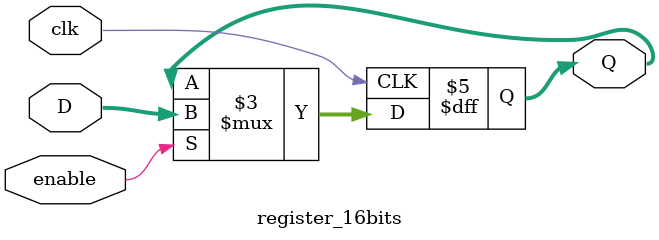
<source format=v>
`timescale 1ns / 1ps


module register_16bits( //simple 16bit register that holds a value until enable is high where it passes the input to the output effectively holding the input iuntil enable is set to high
    input wire enable,
    input wire clk,
    input wire [15:0] D,
    output reg [15:0] Q
    );

always@(posedge clk)
    begin
        if(enable)
            Q = D;
    end
endmodule

</source>
